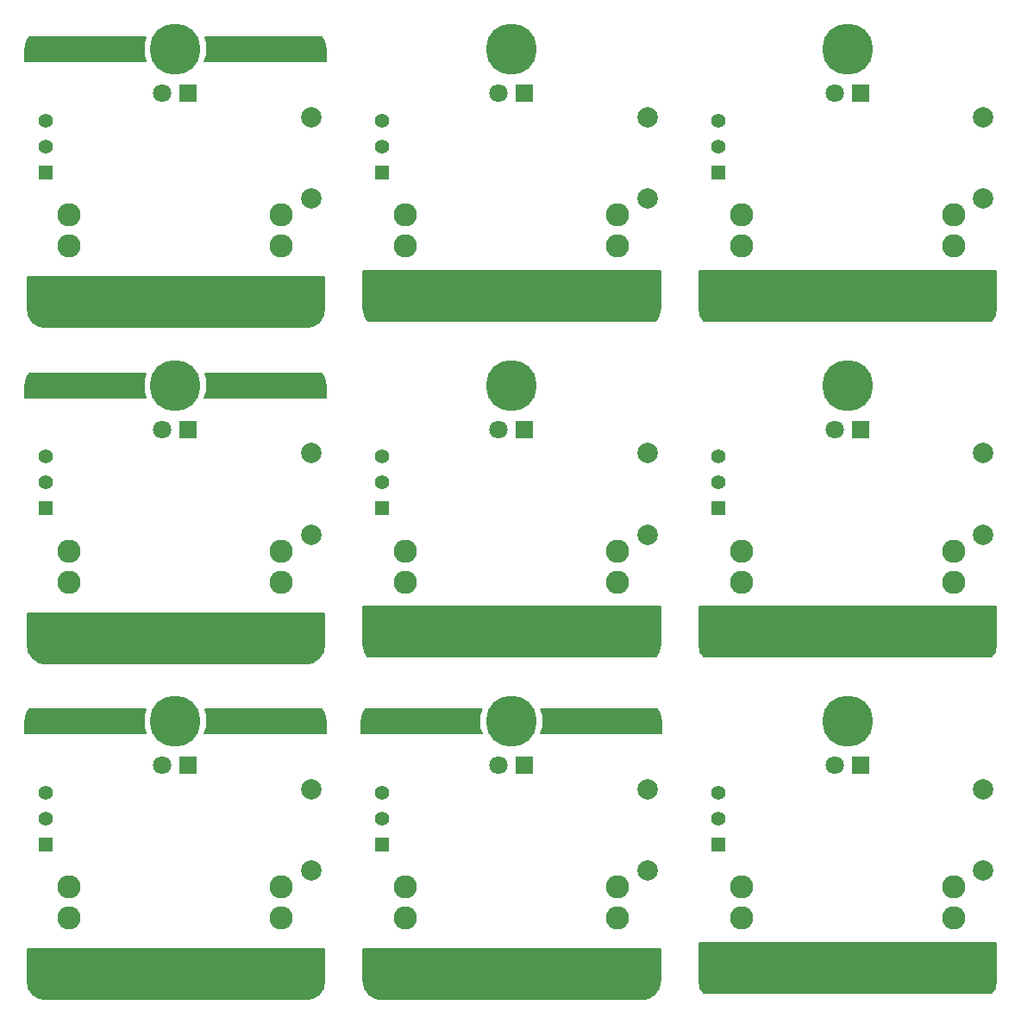
<source format=gtl>
%MOIN*%
%OFA0B0*%
%FSLAX46Y46*%
%IPPOS*%
%LPD*%
%ADD10C,0.0039370078740157488*%
%ADD11C,0.0787*%
%ADD12C,0.19685039370078741*%
%ADD13C,0.090000000000000011*%
%ADD14R,0.070866141732283464X0.070866141732283464*%
%ADD15C,0.070866141732283464*%
%ADD16R,0.055000000000000007X0.055000000000000007*%
%ADD17C,0.055000000000000007*%
%ADD18C,0.01*%
%ADD19C,0.0078740157480314977*%
%ADD30C,0.0039370078740157488*%
%ADD31C,0.0787*%
%ADD32C,0.19685039370078741*%
%ADD33C,0.090000000000000011*%
%ADD34R,0.070866141732283464X0.070866141732283464*%
%ADD35C,0.070866141732283464*%
%ADD36R,0.055000000000000007X0.055000000000000007*%
%ADD37C,0.055000000000000007*%
%ADD38C,0.01*%
%ADD39C,0.0078740157480314977*%
%ADD40C,0.0039370078740157488*%
%ADD41C,0.0787*%
%ADD42C,0.19685039370078741*%
%ADD43C,0.090000000000000011*%
%ADD44R,0.070866141732283464X0.070866141732283464*%
%ADD45C,0.070866141732283464*%
%ADD46R,0.055000000000000007X0.055000000000000007*%
%ADD47C,0.055000000000000007*%
%ADD48C,0.01*%
%ADD49C,0.0078740157480314977*%
%ADD50C,0.0039370078740157488*%
%ADD51C,0.0787*%
%ADD52C,0.19685039370078741*%
%ADD53C,0.090000000000000011*%
%ADD54R,0.070866141732283464X0.070866141732283464*%
%ADD55C,0.070866141732283464*%
%ADD56R,0.055000000000000007X0.055000000000000007*%
%ADD57C,0.055000000000000007*%
%ADD58C,0.01*%
%ADD59C,0.0078740157480314977*%
%ADD60C,0.0039370078740157488*%
%ADD61C,0.0787*%
%ADD62C,0.19685039370078741*%
%ADD63C,0.090000000000000011*%
%ADD64R,0.070866141732283464X0.070866141732283464*%
%ADD65C,0.070866141732283464*%
%ADD66R,0.055000000000000007X0.055000000000000007*%
%ADD67C,0.055000000000000007*%
%ADD68C,0.01*%
%ADD69C,0.0039370078740157488*%
%ADD70C,0.0787*%
%ADD71C,0.19685039370078741*%
%ADD72C,0.090000000000000011*%
%ADD73R,0.070866141732283464X0.070866141732283464*%
%ADD74C,0.070866141732283464*%
%ADD75R,0.055000000000000007X0.055000000000000007*%
%ADD76C,0.055000000000000007*%
%ADD77C,0.01*%
%ADD78C,0.0039370078740157488*%
%ADD79C,0.0787*%
%ADD80C,0.19685039370078741*%
%ADD81C,0.090000000000000011*%
%ADD82R,0.070866141732283464X0.070866141732283464*%
%ADD83C,0.070866141732283464*%
%ADD84R,0.055000000000000007X0.055000000000000007*%
%ADD85C,0.055000000000000007*%
%ADD86C,0.01*%
%ADD87C,0.0039370078740157488*%
%ADD88C,0.0787*%
%ADD89C,0.19685039370078741*%
%ADD90C,0.090000000000000011*%
%ADD91R,0.070866141732283464X0.070866141732283464*%
%ADD92C,0.070866141732283464*%
%ADD93R,0.055000000000000007X0.055000000000000007*%
%ADD94C,0.055000000000000007*%
%ADD95C,0.01*%
%ADD96C,0.0039370078740157488*%
%ADD97C,0.0787*%
%ADD98C,0.19685039370078741*%
%ADD99C,0.090000000000000011*%
%ADD100R,0.070866141732283464X0.070866141732283464*%
%ADD101C,0.070866141732283464*%
%ADD102R,0.055000000000000007X0.055000000000000007*%
%ADD103C,0.055000000000000007*%
%ADD104C,0.01*%
G01*
D10*
D11*
X-0006300000Y0004050000D02*
X0001124999Y0000837480D03*
X0001124999Y0000522519D03*
D12*
X0000599999Y0001100000D03*
D13*
X0001009999Y0000340000D03*
X0000189999Y0000340000D03*
X0001009999Y0000460000D03*
X0000189999Y0000460000D03*
D14*
X0000649999Y0000930000D03*
D15*
X0000549999Y0000930000D03*
D16*
X0000099999Y0000625000D03*
D17*
X0000099999Y0000725000D03*
X0000099999Y0000825000D03*
D18*
G36*
X0001173031Y0000102656D02*
X0001166983Y0000072254D01*
X0001151267Y0000048732D01*
X0001127745Y0000033015D01*
X0001112583Y0000030000D01*
X0000087415Y0000030000D01*
X0000072254Y0000033015D01*
X0000048732Y0000048732D01*
X0000033015Y0000072254D01*
X0000026968Y0000102656D01*
X0000026968Y0000220000D01*
X0001173031Y0000220000D01*
X0001173031Y0000102656D01*
X0001173031Y0000102656D01*
G37*
X0001173031Y0000102656D02*
X0001166983Y0000072254D01*
X0001151267Y0000048732D01*
X0001127745Y0000033015D01*
X0001112583Y0000030000D01*
X0000087415Y0000030000D01*
X0000072254Y0000033015D01*
X0000048732Y0000048732D01*
X0000033015Y0000072254D01*
X0000026968Y0000102656D01*
X0000026968Y0000220000D01*
X0001173031Y0000220000D01*
X0001173031Y0000102656D01*
D19*
G36*
X0000477415Y0001123194D02*
X0000477870Y0001074518D01*
X0000486395Y0001053937D01*
X0000019684Y0001053937D01*
X0000019684Y0001098061D01*
X0000026154Y0001130587D01*
X0000036495Y0001146063D01*
X0000486638Y0001146063D01*
X0000477415Y0001123194D01*
X0000477415Y0001123194D01*
G37*
X0000477415Y0001123194D02*
X0000477870Y0001074518D01*
X0000486395Y0001053937D01*
X0000019684Y0001053937D01*
X0000019684Y0001098061D01*
X0000026154Y0001130587D01*
X0000036495Y0001146063D01*
X0000486638Y0001146063D01*
X0000477415Y0001123194D01*
G36*
X0001173844Y0001130587D02*
X0001180314Y0001098061D01*
X0001180314Y0001053937D01*
X0000713361Y0001053937D01*
X0000722584Y0001076805D01*
X0000722129Y0001125482D01*
X0000713604Y0001146063D01*
X0001163504Y0001146063D01*
X0001173844Y0001130587D01*
X0001173844Y0001130587D01*
G37*
X0001173844Y0001130587D02*
X0001180314Y0001098061D01*
X0001180314Y0001053937D01*
X0000713361Y0001053937D01*
X0000722584Y0001076805D01*
X0000722129Y0001125482D01*
X0000713604Y0001146063D01*
X0001163504Y0001146063D01*
X0001173844Y0001130587D01*
G04 next file*
G04 #@! TF.FileFunction,Copper,L1,Top,Signal*
G04 Gerber Fmt 4.6, Leading zero omitted, Abs format (unit mm)*
G04 Created by KiCad (PCBNEW 4.0.7) date 09/22/19 21:58:39*
G01*
G04 APERTURE LIST*
G04 APERTURE END LIST*
D30*
D31*
X-0006300000Y0005348425D02*
X0001124999Y0002135905D03*
X0001124999Y0001820945D03*
D32*
X0000599999Y0002398425D03*
D33*
X0001009999Y0001638425D03*
X0000189999Y0001638425D03*
X0001009999Y0001758425D03*
X0000189999Y0001758425D03*
D34*
X0000649999Y0002228425D03*
D35*
X0000549999Y0002228425D03*
D36*
X0000099999Y0001923425D03*
D37*
X0000099999Y0002023425D03*
X0000099999Y0002123425D03*
D38*
G36*
X0001173031Y0001401081D02*
X0001166983Y0001370679D01*
X0001151267Y0001347157D01*
X0001127745Y0001331441D01*
X0001112583Y0001328425D01*
X0000087415Y0001328425D01*
X0000072254Y0001331441D01*
X0000048732Y0001347157D01*
X0000033015Y0001370679D01*
X0000026968Y0001401081D01*
X0000026968Y0001518425D01*
X0001173031Y0001518425D01*
X0001173031Y0001401081D01*
X0001173031Y0001401081D01*
G37*
X0001173031Y0001401081D02*
X0001166983Y0001370679D01*
X0001151267Y0001347157D01*
X0001127745Y0001331441D01*
X0001112583Y0001328425D01*
X0000087415Y0001328425D01*
X0000072254Y0001331441D01*
X0000048732Y0001347157D01*
X0000033015Y0001370679D01*
X0000026968Y0001401081D01*
X0000026968Y0001518425D01*
X0001173031Y0001518425D01*
X0001173031Y0001401081D01*
D39*
G36*
X0000477415Y0002421620D02*
X0000477870Y0002372943D01*
X0000486395Y0002352362D01*
X0000019684Y0002352362D01*
X0000019684Y0002396486D01*
X0000026154Y0002429013D01*
X0000036495Y0002444488D01*
X0000486638Y0002444488D01*
X0000477415Y0002421620D01*
X0000477415Y0002421620D01*
G37*
X0000477415Y0002421620D02*
X0000477870Y0002372943D01*
X0000486395Y0002352362D01*
X0000019684Y0002352362D01*
X0000019684Y0002396486D01*
X0000026154Y0002429013D01*
X0000036495Y0002444488D01*
X0000486638Y0002444488D01*
X0000477415Y0002421620D01*
G36*
X0001173844Y0002429013D02*
X0001180314Y0002396486D01*
X0001180314Y0002352362D01*
X0000713361Y0002352362D01*
X0000722584Y0002375230D01*
X0000722129Y0002423907D01*
X0000713604Y0002444488D01*
X0001163504Y0002444488D01*
X0001173844Y0002429013D01*
X0001173844Y0002429013D01*
G37*
X0001173844Y0002429013D02*
X0001180314Y0002396486D01*
X0001180314Y0002352362D01*
X0000713361Y0002352362D01*
X0000722584Y0002375230D01*
X0000722129Y0002423907D01*
X0000713604Y0002444488D01*
X0001163504Y0002444488D01*
X0001173844Y0002429013D01*
G04 next file*
G04 #@! TF.FileFunction,Copper,L1,Top,Signal*
G04 Gerber Fmt 4.6, Leading zero omitted, Abs format (unit mm)*
G04 Created by KiCad (PCBNEW 4.0.7) date 09/22/19 21:58:39*
G01*
G04 APERTURE LIST*
G04 APERTURE END LIST*
D40*
D41*
X-0006300000Y0006646850D02*
X0001124999Y0003434330D03*
X0001124999Y0003119370D03*
D42*
X0000599999Y0003696850D03*
D43*
X0001009999Y0002936850D03*
X0000189999Y0002936850D03*
X0001009999Y0003056850D03*
X0000189999Y0003056850D03*
D44*
X0000649999Y0003526850D03*
D45*
X0000549999Y0003526850D03*
D46*
X0000099999Y0003221850D03*
D47*
X0000099999Y0003321850D03*
X0000099999Y0003421850D03*
D48*
G36*
X0001173031Y0002699506D02*
X0001166983Y0002669104D01*
X0001151267Y0002645582D01*
X0001127745Y0002629866D01*
X0001112583Y0002626850D01*
X0000087415Y0002626850D01*
X0000072254Y0002629866D01*
X0000048732Y0002645582D01*
X0000033015Y0002669104D01*
X0000026968Y0002699506D01*
X0000026968Y0002816850D01*
X0001173031Y0002816850D01*
X0001173031Y0002699506D01*
X0001173031Y0002699506D01*
G37*
X0001173031Y0002699506D02*
X0001166983Y0002669104D01*
X0001151267Y0002645582D01*
X0001127745Y0002629866D01*
X0001112583Y0002626850D01*
X0000087415Y0002626850D01*
X0000072254Y0002629866D01*
X0000048732Y0002645582D01*
X0000033015Y0002669104D01*
X0000026968Y0002699506D01*
X0000026968Y0002816850D01*
X0001173031Y0002816850D01*
X0001173031Y0002699506D01*
D49*
G36*
X0000477415Y0003720045D02*
X0000477870Y0003671368D01*
X0000486395Y0003650787D01*
X0000019684Y0003650787D01*
X0000019684Y0003694911D01*
X0000026154Y0003727438D01*
X0000036495Y0003742913D01*
X0000486638Y0003742913D01*
X0000477415Y0003720045D01*
X0000477415Y0003720045D01*
G37*
X0000477415Y0003720045D02*
X0000477870Y0003671368D01*
X0000486395Y0003650787D01*
X0000019684Y0003650787D01*
X0000019684Y0003694911D01*
X0000026154Y0003727438D01*
X0000036495Y0003742913D01*
X0000486638Y0003742913D01*
X0000477415Y0003720045D01*
G36*
X0001173844Y0003727438D02*
X0001180314Y0003694911D01*
X0001180314Y0003650787D01*
X0000713361Y0003650787D01*
X0000722584Y0003673655D01*
X0000722129Y0003722332D01*
X0000713604Y0003742913D01*
X0001163504Y0003742913D01*
X0001173844Y0003727438D01*
X0001173844Y0003727438D01*
G37*
X0001173844Y0003727438D02*
X0001180314Y0003694911D01*
X0001180314Y0003650787D01*
X0000713361Y0003650787D01*
X0000722584Y0003673655D01*
X0000722129Y0003722332D01*
X0000713604Y0003742913D01*
X0001163504Y0003742913D01*
X0001173844Y0003727438D01*
G04 next file*
G04 #@! TF.FileFunction,Copper,L1,Top,Signal*
G04 Gerber Fmt 4.6, Leading zero omitted, Abs format (unit mm)*
G04 Created by KiCad (PCBNEW 4.0.7) date 09/22/19 21:58:39*
G01*
G04 APERTURE LIST*
G04 APERTURE END LIST*
D50*
D51*
X-0005001574Y0004050000D02*
X0002423425Y0000837480D03*
X0002423425Y0000522519D03*
D52*
X0001898425Y0001100000D03*
D53*
X0002308425Y0000340000D03*
X0001488425Y0000340000D03*
X0002308425Y0000460000D03*
X0001488425Y0000460000D03*
D54*
X0001948425Y0000930000D03*
D55*
X0001848425Y0000930000D03*
D56*
X0001398425Y0000625000D03*
D57*
X0001398425Y0000725000D03*
X0001398425Y0000825000D03*
D58*
G36*
X0002471456Y0000102656D02*
X0002465409Y0000072254D01*
X0002449692Y0000048732D01*
X0002426170Y0000033015D01*
X0002411009Y0000030000D01*
X0001385840Y0000030000D01*
X0001370679Y0000033015D01*
X0001347157Y0000048732D01*
X0001331440Y0000072254D01*
X0001325393Y0000102656D01*
X0001325393Y0000220000D01*
X0002471456Y0000220000D01*
X0002471456Y0000102656D01*
X0002471456Y0000102656D01*
G37*
X0002471456Y0000102656D02*
X0002465409Y0000072254D01*
X0002449692Y0000048732D01*
X0002426170Y0000033015D01*
X0002411009Y0000030000D01*
X0001385840Y0000030000D01*
X0001370679Y0000033015D01*
X0001347157Y0000048732D01*
X0001331440Y0000072254D01*
X0001325393Y0000102656D01*
X0001325393Y0000220000D01*
X0002471456Y0000220000D01*
X0002471456Y0000102656D01*
D59*
G36*
X0001775840Y0001123194D02*
X0001776295Y0001074518D01*
X0001784820Y0001053937D01*
X0001318110Y0001053937D01*
X0001318110Y0001098061D01*
X0001324580Y0001130587D01*
X0001334920Y0001146063D01*
X0001785063Y0001146063D01*
X0001775840Y0001123194D01*
X0001775840Y0001123194D01*
G37*
X0001775840Y0001123194D02*
X0001776295Y0001074518D01*
X0001784820Y0001053937D01*
X0001318110Y0001053937D01*
X0001318110Y0001098061D01*
X0001324580Y0001130587D01*
X0001334920Y0001146063D01*
X0001785063Y0001146063D01*
X0001775840Y0001123194D01*
G36*
X0002472270Y0001130587D02*
X0002478740Y0001098061D01*
X0002478740Y0001053937D01*
X0002011786Y0001053937D01*
X0002021009Y0001076805D01*
X0002020554Y0001125482D01*
X0002012029Y0001146063D01*
X0002461929Y0001146063D01*
X0002472270Y0001130587D01*
X0002472270Y0001130587D01*
G37*
X0002472270Y0001130587D02*
X0002478740Y0001098061D01*
X0002478740Y0001053937D01*
X0002011786Y0001053937D01*
X0002021009Y0001076805D01*
X0002020554Y0001125482D01*
X0002012029Y0001146063D01*
X0002461929Y0001146063D01*
X0002472270Y0001130587D01*
G04 next file*
G04 #@! TF.FileFunction,Copper,L1,Top,Signal*
G04 Gerber Fmt 4.6, Leading zero omitted, Abs format (unit mm)*
G04 Created by KiCad (PCBNEW 4.0.7) date 09/04/18 12:43:30*
G01*
G04 APERTURE LIST*
G04 APERTURE END LIST*
D60*
D61*
X-0003703149Y0004050000D02*
X0003721850Y0000837480D03*
X0003721850Y0000522519D03*
D62*
X0003196850Y0001100000D03*
D63*
X0003606850Y0000340000D03*
X0002786850Y0000340000D03*
X0003606850Y0000460000D03*
X0002786850Y0000460000D03*
D64*
X0003246850Y0000930000D03*
D65*
X0003146850Y0000930000D03*
D66*
X0002696850Y0000625000D03*
D67*
X0002696850Y0000725000D03*
X0002696850Y0000825000D03*
D68*
G36*
X0003769881Y0000102656D02*
X0003763834Y0000072254D01*
X0003752305Y0000055000D01*
X0002641395Y0000055000D01*
X0002629866Y0000072254D01*
X0002623818Y0000102656D01*
X0002623818Y0000245000D01*
X0003769881Y0000245000D01*
X0003769881Y0000102656D01*
X0003769881Y0000102656D01*
G37*
X0003769881Y0000102656D02*
X0003763834Y0000072254D01*
X0003752305Y0000055000D01*
X0002641395Y0000055000D01*
X0002629866Y0000072254D01*
X0002623818Y0000102656D01*
X0002623818Y0000245000D01*
X0003769881Y0000245000D01*
X0003769881Y0000102656D01*
G04 next file*
G04 #@! TF.FileFunction,Copper,L1,Top,Signal*
G04 Gerber Fmt 4.6, Leading zero omitted, Abs format (unit mm)*
G04 Created by KiCad (PCBNEW 4.0.7) date 09/04/18 12:43:30*
G01*
G04 APERTURE LIST*
G04 APERTURE END LIST*
D69*
D70*
X-0005001574Y0005348425D02*
X0002423425Y0002135905D03*
X0002423425Y0001820945D03*
D71*
X0001898425Y0002398425D03*
D72*
X0002308425Y0001638425D03*
X0001488425Y0001638425D03*
X0002308425Y0001758425D03*
X0001488425Y0001758425D03*
D73*
X0001948425Y0002228425D03*
D74*
X0001848425Y0002228425D03*
D75*
X0001398425Y0001923425D03*
D76*
X0001398425Y0002023425D03*
X0001398425Y0002123425D03*
D77*
G36*
X0002471456Y0001401081D02*
X0002465409Y0001370679D01*
X0002453880Y0001353425D01*
X0001342969Y0001353425D01*
X0001331440Y0001370679D01*
X0001325393Y0001401081D01*
X0001325393Y0001543425D01*
X0002471456Y0001543425D01*
X0002471456Y0001401081D01*
X0002471456Y0001401081D01*
G37*
X0002471456Y0001401081D02*
X0002465409Y0001370679D01*
X0002453880Y0001353425D01*
X0001342969Y0001353425D01*
X0001331440Y0001370679D01*
X0001325393Y0001401081D01*
X0001325393Y0001543425D01*
X0002471456Y0001543425D01*
X0002471456Y0001401081D01*
G04 next file*
G04 #@! TF.FileFunction,Copper,L1,Top,Signal*
G04 Gerber Fmt 4.6, Leading zero omitted, Abs format (unit mm)*
G04 Created by KiCad (PCBNEW 4.0.7) date 09/04/18 12:43:30*
G01*
G04 APERTURE LIST*
G04 APERTURE END LIST*
D78*
D79*
X-0005001574Y0006646850D02*
X0002423425Y0003434330D03*
X0002423425Y0003119370D03*
D80*
X0001898425Y0003696850D03*
D81*
X0002308425Y0002936850D03*
X0001488425Y0002936850D03*
X0002308425Y0003056850D03*
X0001488425Y0003056850D03*
D82*
X0001948425Y0003526850D03*
D83*
X0001848425Y0003526850D03*
D84*
X0001398425Y0003221850D03*
D85*
X0001398425Y0003321850D03*
X0001398425Y0003421850D03*
D86*
G36*
X0002471456Y0002699506D02*
X0002465409Y0002669104D01*
X0002453880Y0002651850D01*
X0001342969Y0002651850D01*
X0001331440Y0002669104D01*
X0001325393Y0002699506D01*
X0001325393Y0002841850D01*
X0002471456Y0002841850D01*
X0002471456Y0002699506D01*
X0002471456Y0002699506D01*
G37*
X0002471456Y0002699506D02*
X0002465409Y0002669104D01*
X0002453880Y0002651850D01*
X0001342969Y0002651850D01*
X0001331440Y0002669104D01*
X0001325393Y0002699506D01*
X0001325393Y0002841850D01*
X0002471456Y0002841850D01*
X0002471456Y0002699506D01*
G04 next file*
G04 #@! TF.FileFunction,Copper,L1,Top,Signal*
G04 Gerber Fmt 4.6, Leading zero omitted, Abs format (unit mm)*
G04 Created by KiCad (PCBNEW 4.0.7) date 09/04/18 12:43:30*
G01*
G04 APERTURE LIST*
G04 APERTURE END LIST*
D87*
D88*
X-0003703149Y0005348425D02*
X0003721850Y0002135905D03*
X0003721850Y0001820945D03*
D89*
X0003196850Y0002398425D03*
D90*
X0003606850Y0001638425D03*
X0002786850Y0001638425D03*
X0003606850Y0001758425D03*
X0002786850Y0001758425D03*
D91*
X0003246850Y0002228425D03*
D92*
X0003146850Y0002228425D03*
D93*
X0002696850Y0001923425D03*
D94*
X0002696850Y0002023425D03*
X0002696850Y0002123425D03*
D95*
G36*
X0003769881Y0001401081D02*
X0003763834Y0001370679D01*
X0003752305Y0001353425D01*
X0002641395Y0001353425D01*
X0002629866Y0001370679D01*
X0002623818Y0001401081D01*
X0002623818Y0001543425D01*
X0003769881Y0001543425D01*
X0003769881Y0001401081D01*
X0003769881Y0001401081D01*
G37*
X0003769881Y0001401081D02*
X0003763834Y0001370679D01*
X0003752305Y0001353425D01*
X0002641395Y0001353425D01*
X0002629866Y0001370679D01*
X0002623818Y0001401081D01*
X0002623818Y0001543425D01*
X0003769881Y0001543425D01*
X0003769881Y0001401081D01*
G04 next file*
G04 #@! TF.FileFunction,Copper,L1,Top,Signal*
G04 Gerber Fmt 4.6, Leading zero omitted, Abs format (unit mm)*
G04 Created by KiCad (PCBNEW 4.0.7) date 09/04/18 12:43:30*
G01*
G04 APERTURE LIST*
G04 APERTURE END LIST*
D96*
D97*
X-0003703149Y0006646850D02*
X0003721850Y0003434330D03*
X0003721850Y0003119370D03*
D98*
X0003196850Y0003696850D03*
D99*
X0003606850Y0002936850D03*
X0002786850Y0002936850D03*
X0003606850Y0003056850D03*
X0002786850Y0003056850D03*
D100*
X0003246850Y0003526850D03*
D101*
X0003146850Y0003526850D03*
D102*
X0002696850Y0003221850D03*
D103*
X0002696850Y0003321850D03*
X0002696850Y0003421850D03*
D104*
G36*
X0003769881Y0002699506D02*
X0003763834Y0002669104D01*
X0003752305Y0002651850D01*
X0002641395Y0002651850D01*
X0002629866Y0002669104D01*
X0002623818Y0002699506D01*
X0002623818Y0002841850D01*
X0003769881Y0002841850D01*
X0003769881Y0002699506D01*
X0003769881Y0002699506D01*
G37*
X0003769881Y0002699506D02*
X0003763834Y0002669104D01*
X0003752305Y0002651850D01*
X0002641395Y0002651850D01*
X0002629866Y0002669104D01*
X0002623818Y0002699506D01*
X0002623818Y0002841850D01*
X0003769881Y0002841850D01*
X0003769881Y0002699506D01*
M02*
</source>
